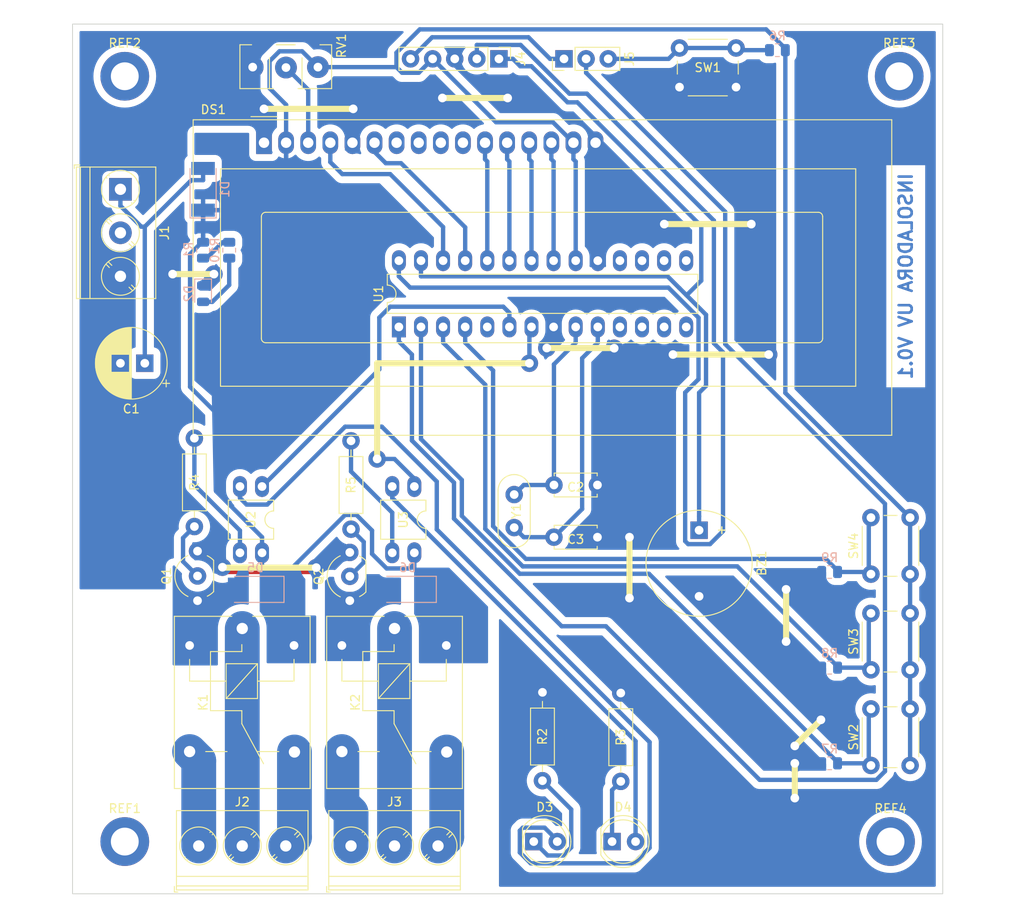
<source format=kicad_pcb>
(kicad_pcb (version 20211014) (generator pcbnew)
  (layers (0 "F.Cu" signal) (31 "B.Cu" signal) (34 "B.Paste" user) (35 "F.Paste" user) (36 "B.SilkS" user "B.Silkscreen") (37 "F.SilkS" user "F.Silkscreen") (38 "B.Mask" user) (39 "F.Mask" user) (44 "Edge.Cuts" user))
  (net 0 "")
  (net 1 "/ICSP_CLK")
  (net 2 "GND")
  (net 3 "Net-(C1-Pad1)")
  (net 4 "+5V")
  (net 5 "Net-(D2-Pad2)")
  (net 6 "Net-(D3-Pad1)")
  (net 7 "Net-(D3-Pad2)")
  (net 8 "Net-(D4-Pad1)")
  (net 9 "Net-(D4-Pad2)")
  (net 10 "Net-(D5-Pad2)")
  (net 11 "Net-(D6-Pad2)")
  (net 12 "Net-(DS1-Pad3)")
  (net 13 "/E")
  (net 14 "/DB4")
  (net 15 "/DB5")
  (net 16 "/DB6")
  (net 17 "/DB7")
  (net 18 "/OSC1")
  (net 20 "/K1_NC")
  (net 21 "/K1_COMUN")
  (net 22 "/K1_NA")
  (net 23 "/K2_NC")
  (net 24 "/K2_COMUN")
  (net 25 "/K2_NA")
  (net 26 "Net-(Q1-Pad2)")
  (net 27 "Net-(Q2-Pad2)")
  (net 28 "Net-(R4-Pad1)")
  (net 29 "Net-(R5-Pad1)")
  (net 30 "/RST")
  (net 31 "/RA0")
  (net 32 "/RB5")
  (net 33 "/RA2")
  (net 34 "/RA3")
  (net 35 "/RA4")
  (net 36 "/OSC2")
  (net 37 "/DB0")
  (net 38 "/RC0")
  (net 39 "/RC1")
  (net 40 "/RC2")
  (net 41 "/RC3")
  (net 42 "/RC4")
  (net 43 "/RC5")
  (net 44 "/RC6")
  (net 45 "/RC7")
  (net 46 "/DB1")
  (net 47 "/RB7")
  (net 48 "/DOWN")
  (net 49 "/DB2")
  (net 50 "/DB3")
  (net 51 "/MCLR")
  (net 52 "/RESET")
  (net 53 "Net-(R1-Pad2)")
  (net 54 "/RA5")
  (footprint "Relay_THT:Relay_SPDT_SANYOU_SRD_Series_Form_C" (layer "F.Cu") (at 91 108.5 -90)
    (fp_text reference "K2")
    (fp_text value "SANYOU_SRD_Form_C")
  )
  (footprint "Package_DIP:DIP-4_W7.62mm_LongPads" (layer "F.Cu") (at 75.775 92.175 -90)
    (fp_text reference "U2")
    (fp_text value "PC817")
  )
  (footprint "Resistor_THT:R_Axial_DIN0207_L6.3mm_D2.5mm_P10.16mm_Horizontal" (layer "F.Cu") (at 68 86.62 -90)
    (fp_text reference "R4")
    (fp_text value "R")
  )
  (footprint "Package_DIP:DIP-4_W7.62mm_LongPads" (layer "F.Cu") (at 93.275 92.175 -90)
    (fp_text reference "U3")
    (fp_text value "PC817")
  )
  (footprint "Button_Switch_THT:SW_PUSH_6mm" (layer "F.Cu") (at 145.75 113.25 90)
    (fp_text reference "SW3")
    (fp_text value "DOWN")
  )
  (footprint "Borneras:TerminalBlock_Phoenix_PT-1,5-3-5.0-H_1x03_P5.00mm_Horizontal" (layer "F.Cu") (at 68.5 133.5)
    (fp_text reference "J2")
    (fp_text value "RELE1")
  )
  (footprint "Resistor_THT:R_Axial_DIN0207_L6.3mm_D2.5mm_P10.16mm_Horizontal" (layer "F.Cu") (at 108 126 90)
    (fp_text reference "R2")
    (fp_text value "R")
  )
  (footprint "Potentiometer_THT:Potentiometer_Piher_PT-10-H05_Horizontal" (layer "F.Cu") (at 81 41.5 -90)
    (fp_text reference "RV1")
    (fp_text value "Pote Lcd")
  )
  (footprint "Borneras:TerminalBlock_Phoenix_PT-1,5-3-5.0-H_1x03_P5.00mm_Horizontal" (layer "F.Cu") (at 59.5 58 -90)
    (fp_text reference "J1")
    (fp_text value "Entrada 5V/2A")
  )
  (footprint "MountingHole:MountingHole_3.2mm_M3_DIN965_Pad" (layer "F.Cu") (at 60 45)
    (fp_text reference "REF2")
    (fp_text value "MountingHole_3.2mm_M3_DIN965_Pad")
  )
  (footprint "Crystal:Crystal_HC52-8mm_Vertical" (layer "F.Cu") (at 104.75 93.1 -90)
    (fp_text reference "Y1")
    (fp_text value "Crystal")
  )
  (footprint "MountingHole:MountingHole_3.2mm_M3_DIN965_Pad" (layer "F.Cu") (at 148 133)
    (fp_text reference "REF4")
    (fp_text value "MountingHole_3.2mm_M3_DIN965_Pad")
  )
  (footprint "Package_TO_SOT_THT:TO-92_Inline_Wide" (layer "F.Cu") (at 68.36 105 90)
    (fp_text reference "Q1")
    (fp_text value "BC548")
  )
  (footprint "Capacitor_THT:CP_Radial_D8.0mm_P2.50mm" (layer "F.Cu") (at 62 78 180)
    (fp_text reference "C1")
    (fp_text value "C_Polarized")
  )
  (footprint "Button_Switch_THT:SW_PUSH_6mm" (layer "F.Cu") (at 130.25 46.25 180)
    (fp_text reference "SW1")
    (fp_text value "RESET")
  )
  (footprint "Connector_PinHeader_2.54mm:PinHeader_1x05_P2.54mm_Vertical" (layer "F.Cu") (at 103 43 -90)
    (fp_text reference "J4")
    (fp_text value "Conn_01x05_Male")
  )
  (footprint "Borneras:TerminalBlock_Phoenix_PT-1,5-3-5.0-H_1x03_P5.00mm_Horizontal" (layer "F.Cu") (at 86 133.5)
    (fp_text reference "J3")
    (fp_text value "RELE2")
  )
  (footprint "Button_Switch_THT:SW_PUSH_6mm" (layer "F.Cu") (at 145.75 102.25 90)
    (fp_text reference "SW4")
    (fp_text value "START/STOP")
  )
  (footprint "MountingHole:MountingHole_3.2mm_M3_DIN965_Pad" (layer "F.Cu") (at 149 45)
    (fp_text reference "REF3")
    (fp_text value "MountingHole_3.2mm_M3_DIN965_Pad")
  )
  (footprint "LED_THT:LED_D5.0mm" (layer "F.Cu") (at 107 133)
    (fp_text reference "D3")
    (fp_text value "RELE 1")
  )
  (footprint "Capacitor_THT:C_Disc_D4.7mm_W2.5mm_P5.00mm" (layer "F.Cu") (at 114.32 92 180)
    (fp_text reference "C2")
    (fp_text value "C")
  )
  (footprint "Resistor_THT:R_Axial_DIN0207_L6.3mm_D2.5mm_P10.16mm_Horizontal" (layer "F.Cu") (at 86 86.92 -90)
    (fp_text reference "R5")
    (fp_text value "R")
  )
  (footprint "Display:WC1602A" (layer "F.Cu") (at 76 52.6425)
    (fp_text reference "DS1")
    (fp_text value "WC1602A")
  )
  (footprint "Button_Switch_THT:SW_PUSH_6mm" (layer "F.Cu") (at 145.75 124.25 90)
    (fp_text reference "SW2")
    (fp_text value "UP")
  )
  (footprint "Package_TO_SOT_THT:TO-92_Inline_Wide" (layer "F.Cu") (at 85.86 105.04 90)
    (fp_text reference "Q2")
    (fp_text value "BC548")
  )
  (footprint "Capacitor_THT:C_Disc_D4.7mm_W2.5mm_P5.00mm" (layer "F.Cu") (at 114.32 98 180)
    (fp_text reference "C3")
    (fp_text value "C")
  )
  (footprint "MountingHole:MountingHole_3.2mm_M3_DIN965_Pad" (layer "F.Cu") (at 60 133)
    (fp_text reference "REF1")
    (fp_text value "MountingHole_3.2mm_M3_DIN965_Pad")
  )
  (footprint "Package_DIP:DIP-28_W7.62mm_LongPads" (layer "F.Cu") (at 91.5 73.825 90)
    (fp_text reference "U1")
    (fp_text value "PIC16F886-IP")
  )
  (footprint "Resistor_THT:R_Axial_DIN0207_L6.3mm_D2.5mm_P10.16mm_Horizontal" (layer "F.Cu") (at 117 126.08 90)
    (fp_text reference "R3")
    (fp_text value "R")
  )
  (footprint "LED_THT:LED_D5.0mm" (layer "F.Cu") (at 116 133)
    (fp_text reference "D4")
    (fp_text value "RELE 2")
  )
  (footprint "Connector_PinHeader_2.54mm:PinHeader_1x03_P2.54mm_Vertical" (layer "F.Cu") (at 110.475 43 90)
    (fp_text reference "J5")
    (fp_text value "Conn_01x03_Male")
  )
  (footprint "Buzzer_Beeper:Buzzer_12x9.5RM7.6" (layer "F.Cu") (at 126 97.2 -90)
    (fp_text reference "BZ1")
    (fp_text value "Buzzer")
  )
  (footprint "Relay_THT:Relay_SPDT_SANYOU_SRD_Series_Form_C" (layer "F.Cu") (at 73.5 108.5 -90)
    (fp_text reference "K1")
    (fp_text value "SANYOU_SRD_Form_C")
  )
  (footprint "Diode_SMD:D_MELF" (layer "B.Cu") (at 69 58 90)
    (fp_text reference "D1")
    (fp_text value "SM4007")
  )
  (footprint "Resistor_SMD:R_0805_2012Metric" (layer "B.Cu") (at 135 42 180)
    (fp_text reference "R6")
    (fp_text value "10k")
  )
  (footprint "Resistor_SMD:R_0805_2012Metric" (layer "B.Cu") (at 72 65 -90)
    (fp_text reference "R10")
    (fp_text value "100/0.125W")
  )
  (footprint "Resistor_SMD:R_0805_2012Metric" (layer "B.Cu") (at 141 124 180)
    (fp_text reference "R7")
    (fp_text value "10k")
  )
  (footprint "Resistor_SMD:R_0805_2012Metric" (layer "B.Cu") (at 141 113 180)
    (fp_text reference "R8")
    (fp_text value "10k")
  )
  (footprint "LED_SMD:LED_0805_2012Metric" (layer "B.Cu") (at 69 70 -90)
    (fp_text reference "D2")
    (fp_text value "LED Verde")
  )
  (footprint "Resistor_SMD:R_0805_2012Metric" (layer "B.Cu") (at 141 102 180)
    (fp_text reference "R9")
    (fp_text value "10k")
  )
  (footprint "Diode_SMD:D_MELF" (layer "B.Cu") (at 92.5 104 180)
    (fp_text reference "D6")
    (fp_text value "SM4007")
  )
  (footprint "Resistor_SMD:R_0805_2012Metric" (layer "B.Cu") (at 69 65 -90)
    (fp_text reference "R1")
    (fp_text value "100/0.125W")
  )
  (footprint "Diode_SMD:D_MELF" (layer "B.Cu") (at 75 104 180)
    (fp_text reference "D5")
    (fp_text value "SM4007")
  )
  (gr_line (start 136 110) (end 136 104) (layer "F.SilkS") (width 0.7))
  (gr_line (start 104 47.5) (end 96.5 47.5) (layer "F.SilkS") (width 0.7))
  (gr_line (start 71.25 101.5) (end 82 101.5) (layer "F.SilkS") (width 0.7))
  (gr_line (start 89 78) (end 106.5 78) (layer "F.SilkS") (width 0.7))
  (gr_line (start 122 62) (end 132 62) (layer "F.SilkS") (width 0.7))
  (gr_line (start 123 77) (end 134 77) (layer "F.SilkS") (width 0.7))
  (gr_line (start 108.5 76.25) (end 116.25 76.25) (layer "F.SilkS") (width 0.7))
  (gr_line (start 137 122) (end 140 119) (layer "F.SilkS") (width 0.7))
  (gr_line (start 70.25 67.75) (end 65.5 67.75) (layer "F.SilkS") (width 0.7))
  (gr_line (start 137 128) (end 137 124) (layer "F.SilkS") (width 0.7))
  (gr_line (start 118 105) (end 118 98) (layer "F.SilkS") (width 0.7))
  (gr_line (start 89 89) (end 89 78) (layer "F.SilkS") (width 0.7))
  (gr_line (start 86.25 48.75) (end 76 48.75) (layer "F.SilkS") (width 0.7))
  (gr_rect (start 54 39) (end 154 139) (layer "Edge.Cuts") (width 0.1) (fill none))
  (gr_text "INSOLADORA UV V0.1" (at 149.75 68 90) (layer "B.Cu") (effects (font (size 1.5 1.5) (thickness 0.3)) (justify mirror)))
  (segment (start 126.25 62.234) (end 126.25 68.5) (width 0.5) (layer "B.Cu") (net 1))
  (segment (start 126.25 68.5) (end 124.563037 70.186963) (width 0.5) (layer "B.Cu") (net 1))
  (segment (start 106.7389 43.8503) (end 110.8886 48) (width 0.5) (layer "B.Cu") (net 1))
  (segment (start 123.741 69.3649) (end 122.3813 68.0053) (width 0.5) (layer "B.Cu") (net 1))
  (segment (start 105.4506 43.8503) (end 106.7389 43.8503) (width 0.5) (layer "B.Cu") (net 1))
  (segment (start 122.3813 68.0053) (end 94.04 68.0053) (width 0.5) (layer "B.Cu") (net 1))
  (segment (start 126 81.3931) (end 126.7972 80.5959) (width 0.5) (layer "B.Cu") (net 1))
  (segment (start 126.7972 80.5959) (end 126.7972 72.4212) (width 0.5) (layer "B.Cu") (net 1))
  (segment (start 94.04 66.205) (end 94.04 68.0053) (width 0.5) (layer "B.Cu") (net 1))
  (segment (start 103 43) (end 104.6003 43) (width 0.5) (layer "B.Cu") (net 1))
  (segment (start 126 97.2) (end 126 95.5997) (width 0.5) (layer "B.Cu") (net 1))
  (segment (start 124.563037 70.186963) (end 123.741 69.3649) (width 0.5) (layer "B.Cu") (net 1))
  (segment (start 110.8886 48) (end 112.016 48) (width 0.5) (layer "B.Cu") (net 1))
  (segment (start 104.6003 43) (end 105.4506 43.8503) (width 0.5) (layer "B.Cu") (net 1))
  (segment (start 112.016 48) (end 126.25 62.234) (width 0.5) (layer "B.Cu") (net 1))
  (segment (start 126 95.5997) (end 126 81.3931) (width 0.5) (layer "B.Cu") (net 1))
  (segment (start 126.7972 72.4212) (end 124.563037 70.186963) (width 0.5) (layer "B.Cu") (net 1))
  (segment (start 65.5 67.75) (end 70.25 67.75) (width 0.5) (layer "F.Cu") (net 2))
  (segment (start 140 119) (end 137 122) (width 0.5) (layer "F.Cu") (net 2))
  (segment (start 82 101.5) (end 81.5 102) (width 0.5) (layer "F.Cu") (net 2))
  (segment (start 81.5 102) (end 71.772214 102) (width 0.5) (layer "F.Cu") (net 2))
  (segment (start 134 77) (end 123 77) (width 0.5) (layer "F.Cu") (net 2))
  (segment (start 96.5 47.5) (end 104 47.5) (width 0.5) (layer "F.Cu") (net 2))
  (segment (start 137 124) (end 137 128) (width 0.5) (layer "F.Cu") (net 2))
  (segment (start 116.221402 76.25) (end 108.5 76.25) (width 0.5) (layer "F.Cu") (net 2))
  (segment (start 122 62) (end 132 62) (width 0.5) (layer "F.Cu") (net 2))
  (segment (start 71.772214 102) (end 71.225767 101.453553) (width 0.5) (layer "F.Cu") (net 2))
  (segment (start 76 48.75) (end 86.25 48.75) (width 0.5) (layer "F.Cu") (net 2))
  (segment (start 118 98) (end 118 105) (width 0.5) (layer "F.Cu") (net 2))
  (segment (start 116.243051 76.271649) (end 116.221402 76.25) (width 0.5) (layer "F.Cu") (net 2))
  (segment (start 136 104) (end 136 110) (width 0.5) (layer "F.Cu") (net 2))
  (via (at 123 77) (size 2) (drill 1) (layers "F.Cu" "B.Cu") (net 2))
  (via (at 134 77) (size 2) (drill 1) (layers "F.Cu" "B.Cu") (net 2))
  (via (at 96.5 47.5) (size 2) (drill 1) (layers "F.Cu" "B.Cu") (net 2))
  (via (at 140 119) (size 2) (drill 1) (layers "F.Cu" "B.Cu") (net 2))
  (via (at 82 101.5) (size 2) (drill 1) (layers "F.Cu" "B.Cu") (net 2))
  (via (at 76 48.75) (size 2) (drill 1) (layers "F.Cu" "B.Cu") (net 2))
  (via (at 136 104) (size 2) (drill 1) (layers "F.Cu" "B.Cu") (net 2))
  (via (at 65.5 67.75) (size 2) (drill 1) (layers "F.Cu" "B.Cu") (net 2))
  (via (at 136 110) (size 2) (drill 1) (layers "F.Cu" "B.Cu") (net 2))
  (via (at 104 47.5) (size 2) (drill 1) (layers "F.Cu" "B.Cu") (net 2))
  (via (at 118 105) (size 2) (drill 1) (layers "F.Cu" "B.Cu") (net 2))
  (via (at 86.25 48.75) (size 2) (drill 1) (layers "F.Cu" "B.Cu") (net 2))
  (via (at 71.225767 101.453553) (size 2) (drill 1) (layers "F.Cu" "B.Cu") (net 2))
  (via (at 70.25 67.75) (size 2) (drill 1) (layers "F.Cu" "B.Cu") (net 2))
  (via (at 122 62) (size 2) (drill 1) (layers "F.Cu" "B.Cu") (net 2))
  (via (at 116.243051 76.271649) (size 2) (drill 1) (layers "F.Cu" "B.Cu") (net 2))
  (via (at 137 124) (size 2) (drill 1) (layers "F.Cu" "B.Cu") (net 2))
  (via (at 132 62) (size 2) (drill 1) (layers "F.Cu" "B.Cu") (net 2))
  (via (at 137 122) (size 2) (drill 1) (layers "F.Cu" "B.Cu") (net 2))
  (via (at 108.5 76.25) (size 2) (drill 1) (layers "F.Cu" "B.Cu") (net 2))
  (via (at 137 128) (size 2) (drill 1) (layers "F.Cu" "B.Cu") (net 2))
  (via (at 118 98) (size 2) (drill 1) (layers "F.Cu" "B.Cu") (net 2))
  (segment (start 114.36 63.64) (end 116 62) (width 0.5) (layer "B.Cu") (net 2))
  (segment (start 65.5 80.5) (end 65.5 68.75) (width 0.5) (layer "B.Cu") (net 2))
  (segment (start 76 52.6425) (end 76 48.75) (width 0.5) (layer "B.Cu") (net 2))
  (segment (start 132 62) (end 132 75) (width 0.5) (layer "B.Cu") (net 2))
  (segment (start 140.0875 118.9125) (end 140 119) (width 0.5) (layer "B.Cu") (net 2))
  (segment (start 116 62) (end 122 62) (width 0.5) (layer "B.Cu") (net 2))
  (segment (start 140.0875 124) (end 137 124) (width 0.5) (layer "B.Cu") (net 2))
  (segment (start 59.5 78) (end 59.5 79.414213) (width 0.5) (layer "B.Cu") (net 2))
  (segment (start 138 102) (end 136 104) (width 0.5) (layer "B.Cu") (net 2))
  (segment (start 86.25 48.75) (end 95.25 48.75) (width 0.5) (layer "B.Cu") (net 2))
  (segment (start 109.28 73.825) (end 109.28 75.47) (width 0.5) (layer "B.Cu") (net 2))
  (segment (start 59.5 79.414213) (end 60.835787 80.75) (width 0.5) (layer "B.Cu") (net 2))
  (segment (start 82 101.5) (end 84.11 101.5) (width 0.5) (layer "B.Cu") (net 2))
  (segment (start 114.36 66.205) (end 114.36 63.64) (width 0.5) (layer "B.Cu") (net 2))
  (segment (start 140.0875 102) (end 138 102) (width 0.5) (layer "B.Cu") (net 2))
  (segment (start 65.25 80.75) (end 65.5 80.5) (width 0.5) (layer "B.Cu") (net 2))
  (segment (start 95.25 48.75) (end 96.5 47.5) (width 0.5) (layer "B.Cu") (net 2))
  (segment (start 65.5 68.75) (end 65.5 67.75) (width 0.5) (layer "B.Cu") (net 2))
  (segment (start 140.0875 113) (end 140.0875 118.9125) (width 0.5) (layer "B.Cu") (net 2))
  (segment (start 109.28 75.47) (end 108.5 76.25) (width 0.5) (layer "B.Cu") (net 2))
  (segment (start 60.835787 80.75) (end 65.25 80.75) (width 0.5) (layer "B.Cu") (net 2))
  (segment (start 132 75) (end 134 77) (width 0.5) (layer "B.Cu") (net 2))
  (segment (start 114.32 98) (end 118 98) (width 0.5) (layer "B.Cu") (net 2))
  (segment (start 84.11 101.5) (end 85.86 99.75) (width 0.5) (layer "B.Cu") (net 2))
  (segment (start 61.8997 62.3) (end 59.5 59.9003) (width 0.5) (layer "B.Cu") (net 3))
  (segment (start 59.5 58) (end 59.5 59.9003) (width 0.5) (layer "B.Cu") (net 3))
  (segment (start 69 56.9503) (end 67.6497 56.9503) (width 0.5) (layer "B.Cu") (net 3))
  (segment (start 62.3 62.3) (end 62.3 78) (width 0.5) (layer "B.Cu") (net 3))
  (segment (start 67.6497 56.9503) (end 62.3 62.3) (width 0.5) (layer "B.Cu") (net 3))
  (segment (start 62.3 62.3) (end 61.8997 62.3) (width 0.5) (layer "B.Cu") (net 3))
  (segment (start 69 55.6) (end 69 56.9503) (width 0.5) (layer "B.Cu") (net 3))
  (segment (start 91.2213 43.95) (end 91.2213 42.2891) (width 0.5) (layer "B.Cu") (net 4))
  (segment (start 96.2503 109.7503) (end 96.95 110.45) (width 0.5) (layer "B.Cu") (net 4))
  (segment (start 91.8727 44.6014) (end 91.2213 43.95) (width 0.5) (layer "B.Cu") (net 4))
  (segment (start 94.7296 104) (end 94.9 104) (width 0.5) (layer "B.Cu") (net 4))
  (segment (start 79.45 104.6997) (end 78.7503 104) (width 0.5) (layer "B.Cu") (net 4))
  (segment (start 135.9125 81.4125) (end 135.9125 42) (width 0.5) (layer "B.Cu") (net 4))
  (segment (start 78.54 52.9523) (end 78.54 52.6425) (width 0.5) (layer "B.Cu") (net 4))
  (segment (start 70.5026 92.7223) (end 75.775 97.9947) (width 0.5) (layer "B.Cu") (net 4))
  (segment (start 77.77 42.134) (end 80.384 42.134) (width 0.5) (layer "B.Cu") (net 4))
  (segment (start 72.6828 60.4) (end 78.54 54.5428) (width 0.5) (layer "B.Cu") (net 4))
  (segment (start 86.6234 95.44) (end 85.3233 95.44) (width 0.5) (layer "B.Cu") (net 4))
  (segment (start 93.7786 44.6014) (end 91.8727 44.6014) (width 0.5) (layer "B.Cu") (net 4))
  (segment (start 67.5 80.7142) (end 70.5026 83.7168) (width 0.5) (layer "B.Cu") (net 4))
  (segment (start 78.54 48.2791) (end 76.6375 46.3766) (width 0.5) (layer "B.Cu") (net 4))
  (segment (start 67.5 65.4431) (end 67.5 80.7142) (width 0.5) (layer "B.Cu") (net 4))
  (segment (start 78.54 52.6425) (end 78.54 48.2791) (width 0.5) (layer "B.Cu") (net 4))
  (segment (start 111.56 52.6425) (end 111.56 54.5428) (width 0.5) (layer "B.Cu") (net 4))
  (segment (start 82.2 43.95) (end 91.2213 43.95) (width 0.5) (layer "B.Cu") (net 4))
  (segment (start 69 60.4) (end 69 64.0875) (width 0.5) (layer "B.Cu") (net 4))
  (segment (start 135.9125 41.8206) (end 135.9125 42) (width 0.5) (layer "B.Cu") (net 4))
  (segment (start 69 60.4) (end 72.6828 60.4) (width 0.5) (layer "B.Cu") (net 4))
  (segment (start 90.0928 101.5954) (end 88.4159 99.9185) (width 0.5) (layer "B.Cu") (net 4))
  (segment (start 69 64.0875) (end 68.8556 64.0875) (width 0.5) (layer "B.Cu") (net 4))
  (segment (start 76.6375 43.2665) (end 77.77 42.134) (width 0.5) (layer "B.Cu") (net 4))
  (segment (start 77.4 104) (end 76.0497 104) (width 0.5) (layer "B.Cu") (net 4))
  (segment (start 93.275 99.795) (end 93.275 101.0756) (width 0.5) (layer "B.Cu") (net 4))
  (segment (start 88.4159 99.9185) (end 88.4159 97.2325) (width 0.5) (layer "B.Cu") (net 4))
  (segment (start 150.25 106.75) (end 150.25 102.25) (width 0.5) (layer "B.Cu") (net 4))
  (segment (start 102.6678 50.2878) (end 109.2053 50.2878) (width 0.5) (layer "B.Cu") (net 4))
  (segment (start 133.7023 39.6104) (end 135.9125 41.8206) (width 0.5) (layer "B.Cu") (net 4))
  (segment (start 91.2213 42.2891) (end 93.9 39.6104) (width 0.5) (layer "B.Cu") (net 4))
  (segment (start 94.7296 104) (end 93.5497 104) (width 0.5) (layer "B.Cu") (net 4))
  (segment (start 111.56 54.5428) (end 111.82 54.8028) (width 0.5) (layer "B.Cu") (net 4))
  (segment (start 68.8556 64.0875) (end 67.5 65.4431) (width 0.5) (layer "B.Cu") (net 4))
  (segment (start 77.4 104) (end 78.7503 104) (width 0.5) (layer "B.Cu") (net 4))
  (segment (start 93.5497 104) (end 93.5497 101.87) (width 0.5) (layer "B.Cu") (net 4))
  (segment (start 88.4159 97.2325) (end 86.6234 95.44) (width 0.5) (layer "B.Cu") (net 4))
  (segment (start 93.9 39.6104) (end 133.7023 39.6104) (width 0.5) (layer "B.Cu") (net 4))
  (segment (start 70.5026 83.7168) (end 70.5026 92.7223) (width 0.5) (layer "B.Cu") (net 4))
  (segment (start 93.5497 101.87) (end 93.275 101.5953) (width 0.5) (layer "B.Cu") (net 4))
  (segment (start 75.775 97.9947) (end 75.775 99.795) (width 0.5) (layer "B.Cu") (net 4))
  (segment (start 80.384 42.134) (end 82.2 43.95) (width 0.5) (layer "B.Cu") (net 4))
  (segment (start 92.7552 101.5954) (end 90.0928 101.5954) (width 0.5) (layer "B.Cu") (net 4))
  (segment (start 76.6375 46.3766) (end 76.6375 43.2665) (width 0.5) (layer "B.Cu") (net 4))
  (segment (start 76.0497 104) (end 76.0497 101.87) (width 0.5) (layer "B.Cu") (net 4))
  (segment (start 95.38 43) (end 93.7786 44.6014) (width 0.5) (layer "B.Cu") (net 4))
  (segment (start 93.275 101.0756) (end 93.275 101.5953) (width 0.5) (layer "B.Cu") (net 4))
  (segment (start 150.25 102.25) (end 150.25 95.75) (width 0.5) (layer "B.Cu") (net 4))
  (segment (start 150.25 124.25) (end 150.25 117.75) (width 0.5) (layer "B.Cu") (net 4))
  (segment (start 78.54 52.9523) (end 78.54 54.5428) (width 0.5) (layer "B.Cu") (net 4))
  (segment (start 85.3233 95.44) (end 78.7503 102.013) (width 0.5) (layer "B.Cu") (net 4))
  (segment (start 109.2053 50.2878) (end 111.56 52.6425) (width 0.5) (layer "B.Cu") (net 4))
  (segment (start 75.775 99.795) (end 75.775 101.5953) (width 0.5) (layer "B.Cu") (net 4))
  (segment (start 150.25 117.75) (end 150.25 113.25) (width 0.5) (layer "B.Cu") (net 4))
  (segment (start 150.25 113.25) (end 150.25 106.75) (width 0.5) (layer "B.Cu") (net 4))
  (segment (start 111.82 54.8028) (end 111.82 66.205) (width 0.5) (layer "B.Cu") (net 4))
  (segment (start 95.38 43) (end 102.6678 50.2878) (width 0.5) (layer "B.Cu") (net 4))
  (segment (start 78.7503 102.013) (end 78.7503 104) (width 0.5) (layer "B.Cu") (net 4))
  (segment (start 76.0497 101.87) (end 75.775 101.5953) (width 0.5) (layer "B.Cu") (net 4))
  (segment (start 94.9 104) (end 96.2503 104) (width 0.5) (layer "B.Cu") (net 4))
  (segment (start 96.2503 104) (end 96.2503 109.7503) (width 0.5) (layer "B.Cu") (net 4))
  (segment (start 79.45 110.45) (end 79.45 104.6997) (width 0.5) (layer "B.Cu") (net 4))
  (segment (start 93.275 101.0756) (end 92.7552 101.5954) (width 0.5) (layer "B.Cu") (net 4))
  (segment (start 150.25 95.75) (end 135.9125 81.4125) (width 0.5) (layer "B.Cu") (net 4))
  (segment (start 69 70.9375) (end 70.0625 70.9375) (width 0.5) (layer "B.Cu") (net 5))
  (segment (start 72 69) (end 72 65.9125) (width 0.5) (layer "B.Cu") (net 5))
  (segment (start 70.0625 70.9375) (end 72 69) (width 0.5) (layer "B.Cu") (net 5))
  (segment (start 110.3745 134.6004) (end 111.307 133.6679) (width 0.5) (layer "B.Cu") (net 6))
  (segment (start 111.307 133.6679) (end 111.307 129.307) (width 0.5) (layer "B.Cu") (net 6))
  (segment (start 108.6004 134.6004) (end 110.3745 134.6004) (width 0.5) (layer "B.Cu") (net 6))
  (segment (start 107 133) (end 108.6004 134.6004) (width 0.5) (layer "B.Cu") (net 6))
  (segment (start 111.307 129.307) (end 108 126) (width 0.5) (layer "B.Cu") (net 6))
  (segment (start 89.54845 85.2977) (end 85.319 85.2977) (width 0.5) (layer "B.Cu") (net 7))
  (segment (start 74 94.25) (end 73.235 93.485) (width 0.5) (layer "B.Cu") (net 7))
  (segment (start 105.3996 131.7465) (end 105.3996 134.2503) (width 0.5) (layer "B.Cu") (net 7))
  (segment (start 76.3667 94.25) (end 74 94.25) (width 0.5) (layer "B.Cu") (net 7))
  (segment (start 108.2485 131.3996) (end 105.7465 131.3996) (width 0.5) (layer "B.Cu") (net 7))
  (segment (start 105.3996 134.2503) (end 106.6476 135.4983) (width 0.5) (layer "B.Cu") (net 7))
  (segment (start 120.3126 121.5626) (end 95.8553 97.1053) (width 0.5) (layer "B.Cu") (net 7))
  (segment (start 105.7465 131.3996) (end 105.3996 131.7465) (width 0.5) (layer "B.Cu") (net 7))
  (segment (start 85.319 85.2977) (end 76.3667 94.25) (width 0.5) (layer "B.Cu") (net 7))
  (segment (start 109.7 132.8511) (end 108.2485 131.3996) (width 0.5) (layer "B.Cu") (net 7))
  (segment (start 109.7 133) (end 109.7 132.8511) (width 0.5) (layer "B.Cu") (net 7))
  (segment (start 95.8553 91.60455) (end 89.54845 85.2977) (width 0.5) (layer "B.Cu") (net 7))
  (segment (start 106.6476 135.4983) (end 118.5339 135.4983) (width 0.5) (layer "B.Cu") (net 7))
  (segment (start 120.3126 133.7196) (end 120.3126 121.5626) (width 0.5) (layer "B.Cu") (net 7))
  (segment (start 95.8553 97.1053) (end 95.8553 91.60455) (width 0.5) (layer "B.Cu") (net 7))
  (segment (start 73.235 93.485) (end 73.235 92.175) (width 0.5) (layer "B.Cu") (net 7))
  (segment (start 118.5339 135.4983) (end 120.3126 133.7196) (width 0.5) (layer "B.Cu") (net 7))
  (segment (start 116 127.08) (end 117 126.08) (width 0.5) (layer "B.Cu") (net 8))
  (segment (start 116 133) (end 116 127.08) (width 0.5) (layer "B.Cu") (net 8))
  (segment (start 118.7 133) (end 118.7 121.45) (width 0.5) (layer "B.Cu") (net 9))
  (segment (start 118.7 121.45) (end 90.735 93.485) (width 0.5) (layer "B.Cu") (net 9))
  (segment (start 90.735 93.485) (end 90.735 92.175) (width 0.5) (layer "B.Cu") (net 9))
  (segment (start 68.36 109.54) (end 68.36 105.3) (width 0.5) (layer "B.Cu") (net 10))
  (segment (start 67.45 110.45) (end 68.36 109.54) (width 0.5) (layer "B.Cu") (net 10))
  (segment (start 68.36 105.3) (end 69.9603 105.3) (width 0.5) (layer "B.Cu") (net 10))
  (segment (start 72.6 104) (end 71.2497 104) (width 0.5) (layer "B.Cu") (net 10))
  (segment (start 69.9603 105.2894) (end 69.9603 105.3) (width 0.5) (layer "B.Cu") (net 10))
  (segment (start 71.2497 104) (end 69.9603 105.2894) (width 0.5) (layer "B.Cu") (net 10))
  (segment (start 90.1 104) (end 88.7497 104) (width 0.5) (layer "B.Cu") (net 11))
  (segment (start 85.86 109.54) (end 85.86 105.3) (width 0.5) (layer "B.Cu") (net 11))
  (segment (start 87.4603 105.2894) (end 87.4603 105.3) (width 0.5) (layer "B.Cu") (net 11))
  (segment (start 84.95 110.45) (end 85.86 109.54) (width 0.5) (layer "B.Cu") (net 11))
  (segment (start 88.7497 104) (end 87.4603 105.2894) (width 0.5) (layer "B.Cu") (net 11))
  (segment (start 85.86 105.3) (end 87.4603 105.3) (width 0.5) (layer "B.Cu") (net 11))
  (segment (start 81.08 52.6425) (end 81.08 46.555) (width 0.5) (layer "B.Cu") (net 12))
  (segment (start 81.08 46.555) (end 78.525 44) (width 0.5) (layer "B.Cu") (net 12))
  (segment (start 90 55) (end 91.75 55) (width 0.5) (layer "B.Cu") (net 13))
  (segment (start 91.75 55) (end 99.12 62.37) (width 0.5) (layer "B.Cu") (net 13))
  (segment (start 99.12 62.37) (end 99.12 66.205) (width 0.5) (layer "B.Cu") (net 13))
  (segment (start 88.7 53.7) (end 90 55) (width 0.5) (layer "B.Cu") (net 13))
  (segment (start 88.7 52.6425) (end 88.7 53.7) (width 0.5) (layer "B.Cu") (net 13))
  (segment (start 101.4 52.6425) (end 101.4 54.5428) (width 0.5) (layer "B.Cu") (net 14))
  (segment (start 101.4 54.5428) (end 101.66 54.8028) (width 0.5) (layer "B.Cu") (net 14))
  (segment (start 101.66 54.8028) (end 101.66 66.205) (width 0.5) (layer "B.Cu") (net 14))
  (segment (start 103.94 54.5428) (end 104.2 54.8028) (width 0.5) (layer "B.Cu") (net 15))
  (segment (start 104.2 54.8028) (end 104.2 66.205) (width 0.5) (layer "B.Cu") (net 15))
  (segment (start 103.94 52.6425) (end 103.94 54.5428) (width 0.5) (layer "B.Cu") (net 15))
  (segment (start 106.74 54.8028) (end 106.74 66.205) (width 0.5) (layer "B.Cu") (net 16))
  (segment (start 106.48 52.6425) (end 106.48 54.5428) (width 0.5) (layer "B.Cu") (net 16))
  (segment (start 106.48 54.5428) (end 106.74 54.8028) (width 0.5) (layer "B.Cu") (net 16))
  (segment (start 109.02 52.6425) (end 109.02 54.5428) (width 0.5) (layer "B.Cu") (net 17))
  (segment (start 109.28 54.8028) (end 109.28 66.205) (width 0.5) (layer "B.Cu") (net 17))
  (segment (start 109.02 54.5428) (end 109.28 54.8028) (width 0.5) (layer "B.Cu") (net 17))
  (segment (start 109.32 92) (end 105.85 92) (width 0.5) (layer "B.Cu") (net 18))
  (segment (start 111.82 73.825) (end 111.82 75.6253) (width 0.5) (layer "B.Cu") (net 18))
  (segment (start 111.82 75.6253) (end 109.32 78.1253) (width 0.5) (layer "B.Cu") (net 18))
  (segment (start 105.85 92) (end 104.75 93.1) (width 0.5) (layer "B.Cu") (net 18))
  (segment (start 109.32 78.1253) (end 109.32 92) (width 0.5) (layer "B.Cu") (net 18))
  (segment (start 79.5 132.5) (end 79.5 122.7) (width 4) (layer "B.Cu") (net 20))
  (segment (start 78.5 133.5) (end 79.5 132.5) (width 4) (layer "B.Cu") (net 20))
  (segment (start 73.5 133.5) (end 73.5 108.5) (width 4) (layer "B.Cu") (net 21))
  (segment (start 68.5 123.7) (end 67.45 122.65) (width 4) (layer "B.Cu") (net 22))
  (segment (start 68.5 133.5) (end 68.5 123.7) (width 4) (layer "B.Cu") (net 22))
  (segment (start 97 132.5) (end 97 122.7) (width 4) (layer "B.Cu") (net 23))
  (segment (start 96 133.5) (end 97 132.5) (width 4) (layer "B.Cu") (net 23))
  (segment (start 91 133.5) (end 91 108.5) (width 4) (layer "B.Cu") (net 24))
  (segment (start 86 133.5) (end 86 129.6997) (width 4) (layer "B.Cu") (net 25))
  (segment (start 84.95 128.6497) (end 84.95 122.65) (width 4) (layer "B.Cu") (net 25))
  (segment (start 86 129.6997) (end 84.95 128.6497) (width 4) (layer "B.Cu") (net 25))
  (segment (start 68.36 102.46) (end 66.6948 100.7948) (width 0.5) (layer "B.Cu") (net 26))
  (segment (start 66.6948 98.0852) (end 68 96.78) (width 0.5) (layer "B.Cu") (net 26))
  (segment (start 66.6948 100.7948) (end 66.6948 98.0852) (width 0.5) (layer "B.Cu") (net 26))
  (segment (start 87.4607 100.8993) (end 87.4607 98.5407) (width 0.5) (layer "B.Cu") (net 27))
  (segment (start 85.86 102.5) (end 87.4607 100.8993) (width 0.5) (layer "B.Cu") (net 27))
  (segment (start 87.4607 98.5407) (end 86 97.08) (width 0.5) (layer "B.Cu") (net 27))
  (segment (start 68 92) (end 73.235 97.235) (width 0.5) (layer "B.Cu") (net 28))
  (segment (start 73.235 97.235) (end 73.235 99.795) (width 0.5) (layer "B.Cu") (net 28))
  (segment (start 68 86.62) (end 68 92) (width 0.5) (layer "B.Cu") (net 28))
  (segment (start 86 90.443) (end 90.735 95.178) (width 0.5) (layer "B.Cu") (net 29))
  (segment (start 86 86.92) (end 86 90.443) (width 0.5) (layer "B.Cu") (net 29))
  (segment (start 90.735 95.178) (end 90.735 99.795) (width 0.5) (layer "B.Cu") (net 29))
  (segment (start 93 77) (end 91.5 75.5) (width 0.5) (layer "B.Cu") (net 30))
  (segment (start 147.3627 124.9165) (end 146.3758 125.9034) (width 0.5) (layer "B.Cu") (net 30))
  (segment (start 113.015 43) (end 113.015 44.6003) (width 0.5) (layer "B.Cu") (net 30))
  (segment (start 113.015 44.6003) (end 129 60.5853) (width 0.5) (layer "B.Cu") (net 30))
  (segment (start 129 75.7943) (end 147.3627 94.157) (width 0.5) (layer "B.Cu") (net 30))
  (segment (start 147.3627 94.157) (end 147.3627 124.9165) (width 0.5) (layer "B.Cu") (net 30))
  (segment (start 97.834 95.8655) (end 97.834 91.7215) (width 0.5) (layer "B.Cu") (net 30))
  (segment (start 146.3758 125.9034) (end 132.9561 125.9034) (width 0.5) (layer "B.Cu") (net 30))
  (segment (start 91.5 75.5) (end 91.5 73.825) (width 0.5) (layer "B.Cu") (net 30))
  (segment (start 97.834 91.7215) (end 93 86.8875) (width 0.5) (layer "B.Cu") (net 30))
  (segment (start 129 60.5853) (end 129 75.7943) (width 0.5) (layer "B.Cu") (net 30))
  (segment (start 93 86.8875) (end 93 77) (width 0.5) (layer "B.Cu") (net 30))
  (segment (start 115.2918 108.2391) (end 110.2076 108.2391) (width 0.5) (layer "B.Cu") (net 30))
  (segment (start 132.9561 125.9034) (end 115.2918 108.2391) (width 0.5) (layer "B.Cu") (net 30))
  (segment (start 110.2076 108.2391) (end 97.834 95.8655) (width 0.5) (layer "B.Cu") (net 30))
  (segment (start 94.04 86.7248) (end 94.04 73.825) (width 0.5) (layer "B.Cu") (net 31))
  (segment (start 141.9125 124) (end 145.5 124) (width 0.5) (layer "B.Cu") (net 31))
  (segment (start 98.7355 91.4203) (end 94.04 86.7248) (width 0.5) (layer "B.Cu") (net 31))
  (segment (start 141.9125 123.8776) (end 120.2415 102.2066) (width 0.5) (layer "B.Cu") (net 31))
  (segment (start 145.5 118) (end 145.75 117.75) (width 0.5) (layer "B.Cu") (net 31))
  (segment (start 145.5 124) (end 145.75 124.25) (width 0.5) (layer "B.Cu") (net 31))
  (segment (start 98.7355 95.5544) (end 98.7355 91.4203) (width 0.5) (layer "B.Cu") (net 31))
  (segment (start 105.3877 102.2066) (end 98.7355 95.5544) (width 0.5) (layer "B.Cu") (net 31))
  (segment (start 120.2415 102.2066) (end 105.3877 102.2066) (width 0.5) (layer "B.Cu") (net 31))
  (segment (start 145.5 124) (end 145.5 118) (width 0.5) (layer "B.Cu") (net 31))
  (segment (start 141.9125 124) (end 141.9125 123.8776) (width 0.5) (layer "B.Cu") (net 31))
  (segment (start 83.62 52.6425) (end 83.62 54.87) (width 0.5) (layer "B.Cu") (net 32))
  (segment (start 96.58 62.33) (end 96.58 66.205) (width 0.5) (layer "B.Cu") (net 32))
  (segment (start 90.5 56.25) (end 96.58 62.33) (width 0.5) (layer "B.Cu") (net 32))
  (segment (start 83.62 54.87) (end 85 56.25) (width 0.5) (layer "B.Cu") (net 32))
  (segment (start 85 56.25) (end 90.5 56.25) (width 0.5) (layer "B.Cu") (net 32))
  (segment (start 141.9125 101.8462) (end 141.9125 102) (width 0.5) (layer "B.Cu") (net 33))
  (segment (start 145.5 102) (end 145.5 96) (width 0.5) (layer "B.Cu") (net 33))
  (segment (start 145.5 102) (end 145.75 102.25) (width 0.5) (layer "B.Cu") (net 33))
  (segment (start 145.5 96) (end 145.75 95.75) (width 0.5) (layer "B.Cu") (net 33))
  (segment (start 141.9125 102) (end 145.5 102) (width 0.5) (layer "B.Cu") (net 33))
  (segment (start 99.12 75.6253) (end 102.3261 78.8314) (width 0.5) (layer "B.Cu") (net 33))
  (segment (start 99.12 73.825) (end 99.12 75.6253) (width 0.5) (layer "B.Cu") (net 33))
  (segment (start 106.0882 100.5019) (end 140.5682 100.5019) (width 0.5) (layer "B.Cu") (net 33))
  (segment (start 102.3261 96.7398) (end 106.0882 100.5019) (width 0.5) (layer "B.Cu") (net 33))
  (segment (start 102.3261 78.8314) (end 102.3261 96.7398) (width 0.5) (layer "B.Cu") (net 33))
  (segment (start 140.5682 100.5019) (end 141.9125 101.8462) (width 0.5) (layer "B.Cu") (net 33))
  (segment (start 75.775 92.175) (end 89.25 78.7) (width 0.5) (layer "B.Cu") (net 35))
  (segment (start 103.5 71.5) (end 104.2 72.2) (width 0.5) (layer "B.Cu") (net 35))
  (segment (start 104.2 72.2) (end 104.2 73.825) (width 0.5) (layer "B.Cu") (net 35))
  (segment (start 89.25 72.75) (end 90.5 71.5) (width 0.5) (layer "B.Cu") (net 35))
  (segment (start 90.5 71.5) (end 103.5 71.5) (width 0.5) (layer "B.Cu") (net 35))
  (segment (start 89.25 78.7) (end 89.25 72.75) (width 0.5) (layer "B.Cu") (net 35))
  (segment (start 105.85 98) (end 104.75 96.9) (width 0.5) (layer "B.Cu") (net 36))
  (segment (start 114.36 75.6253) (end 112.5597 77.4256) (width 0.5) (layer "B.Cu") (net 36))
  (segment (start 112.5597 94.7603) (end 109.32 98) (width 0.5) (layer "B.Cu") (net 36))
  (segment (start 112.5597 77.4256) (end 112.5597 94.7603) (width 0.5) (layer "B.Cu") (net 36))
  (segment (start 114.36 73.825) (end 114.36 75.6253) (width 0.5) (layer "B.Cu") (net 36))
  (segment (start 109.32 98) (end 105.85 98) (width 0.5) (layer "B.Cu") (net 36))
  (segment (start 124.7465 98.8004) (end 124.3996 98.4535) (width 0.5) (layer "B.Cu") (net 47))
  (segment (start 105.4909 41.3997) (end 111.0912 47) (width 0.5) (layer "B.Cu") (net 47))
  (segment (start 125.9341 72.7607) (end 122.4776 69.3042) (width 0.5) (layer "B.Cu") (net 47))
  (segment (start 124.3996 81.3659) (end 125.9341 79.8314) (width 0.5) (layer "B.Cu") (net 47))
  (segment (start 100.46 41.3997) (end 105.4909 41.3997) (width 0.5) (layer "B.Cu") (net 47))
  (segment (start 127.701 75.697382) (end 128.75 76.746382) (width 0.5) (layer "B.Cu") (net 47))
  (segment (start 92.7989 69.3042) (end 91.5 68.0053) (width 0.5) (layer "B.Cu") (net 47))
  (segment (start 100.46 43) (end 100.46 41.3997) (width 0.5) (layer "B.Cu") (net 47))
  (segment (start 128.75 97.3039) (end 127.2535 98.8004) (width 0.5) (layer "B.Cu") (net 47))
  (segment (start 124.3996 98.4535) (end 124.3996 81.3659) (width 0.5) (layer "B.Cu") (net 47))
  (segment (start 127.2535 98.8004) (end 124.7465 98.8004) (width 0.5) (layer "B.Cu") (net 47))
  (segment (start 127.701 61.5916) (end 127.701 75.697382) (width 0.5) (layer "B.Cu") (net 47))
  (segment (start 128.75 76.746382) (end 128.75 97.3039) (width 0.5) (layer "B.Cu") (net 47))
  (segment (start 111.0912 47) (end 113.1094 47) (width 0.5) (layer "B.Cu") (net 47))
  (segment (start 91.5 68.0053) (end 91.5 66.205) (width 0.5) (layer "B.Cu") (net 47))
  (segment (start 113.1094 47) (end 127.701 61.5916) (width 0.5) (layer "B.Cu") (net 47))
  (segment (start 122.4776 69.3042) (end 92.7989 69.3042) (width 0.5) (layer "B.Cu") (net 47))
  (segment (start 125.9341 79.8314) (end 125.9341 72.7607) (width 0.5) (layer "B.Cu") (net 47))
  (segment (start 101.429 97.0453) (end 105.74 101.3563) (width 0.5) (layer "B.Cu") (net 48))
  (segment (start 105.74 101.3563) (end 130.3912 101.3563) (width 0.5) (layer "B.Cu") (net 48))
  (segment (start 101.429 80.4743) (end 101.429 97.0453) (width 0.5) (layer "B.Cu") (net 48))
  (segment (start 145.5 113) (end 145.5 107) (width 0.5) (layer "B.Cu") (net 48))
  (segment (start 96.58 75.6253) (end 101.429 80.4743) (width 0.5) (layer "B.Cu") (net 48))
  (segment (start 96.58 73.825) (end 96.58 75.6253) (width 0.5) (layer "B.Cu") (net 48))
  (segment (start 141.9125 113) (end 145.5 113) (width 0.5) (layer "B.Cu") (net 48))
  (segment (start 141.9125 112.8776) (end 141.9125 113) (width 0.5) (layer "B.Cu") (net 48))
  (segment (start 145.5 107) (end 145.75 106.75) (width 0.5) (layer "B.Cu") (net 48))
  (segment (start 145.5 113) (end 145.75 113.25) (width 0.5) (layer "B.Cu") (net 48))
  (segment (start 130.3912 101.3563) (end 141.9125 112.8776) (width 0.5) (layer "B.Cu") (net 48))
  (segment (start 95.321 40.519) (end 106.3937 40.519) (width 0.5) (layer "B.Cu") (net 51))
  (segment (start 92.84 43) (end 95.321 40.519) (width 0.5) (layer "B.Cu") (net 51))
  (segment (start 106.3937 40.519) (end 108.8747 43) (width 0.5) (layer "B.Cu") (net 51))
  (segment (start 110.475 43) (end 108.8747 43) (width 0.5) (layer "B.Cu") (net 51))
  (segment (start 134.0875 42) (end 130.5 42) (width 0.5) (layer "B.Cu") (net 52))
  (segment (start 130.5 42) (end 130.25 41.75) (width 0.5) (layer "B.Cu") (net 52))
  (segment (start 115.555 43) (end 122.5 43) (width 0.5) (layer "B.Cu") (net 52))
  (segment (start 122.5 43) (end 123.75 41.75) (width 0.5) (layer "B.Cu") (net 52))
  (segment (start 130.25 41.75) (end 123.75 41.75) (width 0.5) (layer "B.Cu") (net 52))
  (segment (start 71.2488 64.0875) (end 72 64.0875) (width 0.5) (layer "B.Cu") (net 53))
  (segment (start 69.4238 65.9125) (end 71.2488 64.0875) (width 0.5) (layer "B.Cu") (net 53))
  (segment (start 69 65.9125) (end 69.4238 65.9125) (width 0.5) (layer "B.Cu") (net 53))
  (segment (start 106.5 78) (end 89 78) (width 0.5) (layer "F.Cu") (net 54))
  (segment (start 89 78) (end 89 89) (width 0.5) (layer "F.Cu") (net 54))
  (via (at 106.5 78) (size 2) (drill 1) (layers "F.Cu" "B.Cu") (net 54))
  (via (at 89 89) (size 2) (drill 1) (layers "F.Cu" "B.Cu") (net 54))
  (segment (start 93.275 91.286286) (end 93.275 92.175) (width 0.5) (layer "B.Cu") (net 54))
  (segment (start 106.5 74.065) (end 106.74 73.825) (width 0.5) (layer "B.Cu") (net 54))
  (segment (start 89 89) (end 90.988714 89) (width 0.5) (layer "B.Cu") (net 54))
  (segment (start 90.988714 89) (end 93.275 91.286286) (width 0.5) (layer "B.Cu") (net 54))
  (segment (start 106.5 78) (end 106.5 74.065) (width 0.5) (layer "B.Cu") (net 54))
  (zone (net 4) (net_name "+5V") (layer "B.Cu") (priority 1) (connect_pads (clearance 0.8)) (min_thickness 0.254) (fill yes (thermal_gap 0.508) (thermal_bridge_width 0.508))
    (polygon (pts (xy 97.25 65.25) (xy 97.25 73.75) (xy 76.5 94.5) (xy 70.25 94.5) (xy 70 81.75) (xy 68 80) (xy 68 51.5) (xy 83.5 51.5)))
  )
  (zone (net 11) (net_name "Net-(D6-Pad2)") (layer "B.Cu") (priority 1) (connect_pads yes (clearance 0.8)) (min_thickness 0.254) (fill yes (thermal_gap 0.508) (thermal_bridge_width 0.508))
    (polygon (pts (xy 91.75 112.25) (xy 83 112.25) (xy 83 102.25) (xy 91.75 102.25)))
  )
  (zone (net 4) (net_name "+5V") (layer "B.Cu") (priority 1) (connect_pads yes (clearance 0.8)) (min_thickness 0.254) (fill yes (thermal_gap 0.508) (thermal_bridge_width 0.508))
    (polygon (pts (xy 101.75 112.5) (xy 93.25 112.5) (xy 93.25 101.5) (xy 101.75 101.5)))
  )
  (zone (net 2) (net_name "GND") (layer "B.Cu") (connect_pads yes (clearance 0.8)) (min_thickness 0.254) (fill yes (thermal_gap 0.508) (thermal_bridge_width 0.508))
    (polygon (pts (xy 154 139) (xy 103 139) (xy 103 104) (xy 54 104) (xy 54 39) (xy 154 39)))
  )
  (zone (net 4) (net_name "+5V") (layer "B.Cu") (priority 1) (connect_pads yes (clearance 0.8)) (min_thickness 0.254) (fill yes (thermal_gap 0.508) (thermal_bridge_width 0.508))
    (polygon (pts (xy 80.75 107) (xy 82 107) (xy 82 112.5) (xy 75.5 112.5) (xy 75.5 101.5) (xy 80.75 101.5)))
  )
  (zone (net 10) (net_name "Net-(D5-Pad2)") (layer "B.Cu") (priority 1) (connect_pads yes (clearance 0.8)) (min_thickness 0.254) (fill yes (thermal_gap 0.508) (thermal_bridge_width 0.508))
    (polygon (pts (xy 74.25 112.75) (xy 65.5 112.75) (xy 65.5 101.25) (xy 74.25 101.25)))
  )
)
</source>
